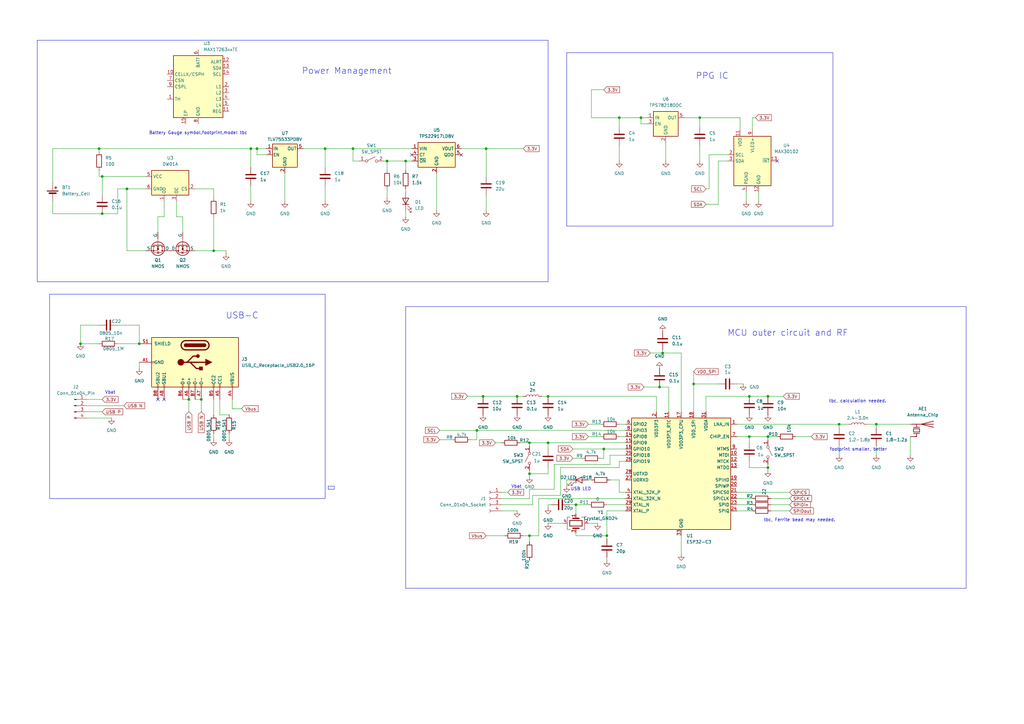
<source format=kicad_sch>
(kicad_sch (version 20250114) (generator "eeschema") (generator_version "9.0")
  (paper "A3")
  (rectangle (start 20.32 120.65) (end 133.35 204.47))
  (rectangle (start 166.37 125.73) (end 396.24 241.3))
  (rectangle (start 15.24 16.51) (end 224.79 115.57))
  (rectangle (start 137.16 200.66) (end 134.62 199.39))
  (rectangle (start 232.41 21.59) (end 341.63 92.71))
  (text "MCU outer circuit and RF" (at 323.088 136.652 0) (effects (font (size 2.54 2.54))))
  (text "Battery Gauge symbol,footprint,model tbc" (at 81.28 54.61 0) (effects (font (size 1.27 1.27))))
  (text "USB-C" (at 99.314 129.54 0) (effects (font (size 2.54 2.54))))
  (text "tbc, calculation needed." (at 351.79 164.592 0) (effects (font (size 1.27 1.27))))
  (text "footprint smaller, better" (at 352.044 184.404 0) (effects (font (size 1.27 1.27))))
  (text "PPG IC" (at 292.1 31.242 0) (effects (font (size 2.54 2.54))))
  (text "Vbat" (at 211.836 199.644 0) (effects (font (size 1.27 1.27))))
  (text "USB LED" (at 238.252 200.66 0) (effects (font (size 1.27 1.27))))
  (text "Vbat" (at 45.212 161.036 0) (effects (font (size 1.27 1.27))))
  (text "Power Management" (at 142.24 29.21 0) (effects (font (size 2.54 2.54))))
  (text "tbc, Ferrite bead may needed." (at 327.914 213.36 0) (effects (font (size 1.27 1.27))))
  (junction (at 314.96 179.07))
  (junction (at 217.17 181.61))
  (junction (at 82.55 163.83))
  (junction (at 344.17 173.99))
  (junction (at 158.75 66.04))
  (junction (at 314.96 162.56))
  (junction (at 133.35 60.96))
  (junction (at 105.41 60.96))
  (junction (at 212.09 162.56))
  (junction (at 41.91 72.39))
  (junction (at 224.79 181.61))
  (junction (at 262.89 48.26))
  (junction (at 40.64 60.96))
  (junction (at 271.78 144.78))
  (junction (at 52.07 77.47))
  (junction (at 270.51 158.75))
  (junction (at 287.02 48.26))
  (junction (at 102.87 60.96))
  (junction (at 217.17 194.31))
  (junction (at 236.22 207.01))
  (junction (at 41.91 87.63))
  (junction (at 57.15 140.97))
  (junction (at 166.37 66.04))
  (junction (at 33.02 140.97))
  (junction (at 359.41 173.99))
  (junction (at 195.58 176.53))
  (junction (at 199.39 60.96))
  (junction (at 248.92 219.71))
  (junction (at 247.65 184.15))
  (junction (at 224.79 162.56))
  (junction (at 217.17 219.71))
  (junction (at 284.48 157.48))
  (junction (at 144.78 60.96))
  (junction (at 307.34 162.56))
  (junction (at 87.63 102.87))
  (junction (at 254 48.26))
  (junction (at 314.96 191.77))
  (junction (at 198.12 162.56))
  (junction (at 307.34 179.07))
  (junction (at 77.47 163.83))
  (no_connect (at 67.31 163.83))
  (no_connect (at 318.77 66.04))
  (no_connect (at 64.77 163.83))
  (no_connect (at 168.91 63.5))
  (no_connect (at 189.23 63.5))
  (wire (pts (xy 198.12 162.56) (xy 212.09 162.56)))
  (wire (pts (xy 254 196.85) (xy 250.19 196.85)))
  (wire (pts (xy 373.38 173.99) (xy 359.41 173.99)))
  (wire (pts (xy 241.3 214.63) (xy 245.11 214.63)))
  (wire (pts (xy 144.78 66.04) (xy 144.78 60.96)))
  (wire (pts (xy 287.02 48.26) (xy 303.53 48.26)))
  (wire (pts (xy 144.78 66.04) (xy 147.32 66.04)))
  (wire (pts (xy 359.41 173.99) (xy 359.41 175.26)))
  (wire (pts (xy 144.78 60.96) (xy 168.91 60.96)))
  (wire (pts (xy 158.75 66.04) (xy 158.75 69.85)))
  (wire (pts (xy 217.17 181.61) (xy 217.17 182.88)))
  (wire (pts (xy 256.54 173.99) (xy 254 173.99)))
  (wire (pts (xy 217.17 200.66) (xy 217.17 204.47)))
  (wire (pts (xy 236.22 210.82) (xy 236.22 207.01)))
  (wire (pts (xy 48.26 87.63) (xy 48.26 77.47)))
  (wire (pts (xy 307.34 179.07) (xy 314.96 179.07)))
  (wire (pts (xy 344.17 173.99) (xy 347.98 173.99)))
  (wire (pts (xy 116.84 71.12) (xy 116.84 82.55)))
  (wire (pts (xy 307.34 162.56) (xy 314.96 162.56)))
  (wire (pts (xy 234.95 184.15) (xy 247.65 184.15)))
  (wire (pts (xy 67.31 82.55) (xy 67.31 88.9)))
  (wire (pts (xy 59.69 77.47) (xy 52.07 77.47)))
  (wire (pts (xy 41.91 72.39) (xy 59.69 72.39)))
  (wire (pts (xy 217.17 219.71) (xy 217.17 222.25)))
  (wire (pts (xy 224.79 214.63) (xy 231.14 214.63)))
  (wire (pts (xy 236.22 219.71) (xy 248.92 219.71)))
  (wire (pts (xy 284.48 157.48) (xy 294.64 157.48)))
  (wire (pts (xy 311.15 78.74) (xy 311.15 82.55)))
  (wire (pts (xy 166.37 66.04) (xy 166.37 69.85)))
  (wire (pts (xy 67.31 88.9) (xy 64.77 88.9)))
  (wire (pts (xy 314.96 190.5) (xy 314.96 191.77)))
  (wire (pts (xy 87.63 163.83) (xy 87.63 170.18)))
  (wire (pts (xy 33.02 133.35) (xy 33.02 140.97)))
  (wire (pts (xy 256.54 204.47) (xy 220.98 204.47)))
  (wire (pts (xy 41.91 87.63) (xy 48.26 87.63)))
  (wire (pts (xy 287.02 48.26) (xy 280.67 48.26)))
  (wire (pts (xy 271.78 144.78) (xy 279.4 144.78)))
  (wire (pts (xy 262.89 50.8) (xy 262.89 48.26)))
  (wire (pts (xy 248.92 219.71) (xy 248.92 220.98)))
  (wire (pts (xy 254 48.26) (xy 262.89 48.26)))
  (wire (pts (xy 133.35 60.96) (xy 133.35 68.58)))
  (wire (pts (xy 247.65 187.96) (xy 246.38 187.96)))
  (wire (pts (xy 87.63 88.9) (xy 87.63 102.87)))
  (wire (pts (xy 254 196.85) (xy 254 201.93)))
  (wire (pts (xy 92.71 102.87) (xy 87.63 102.87)))
  (wire (pts (xy 254 179.07) (xy 256.54 179.07)))
  (wire (pts (xy 242.57 36.83) (xy 242.57 48.26)))
  (wire (pts (xy 227.33 200.66) (xy 227.33 190.5)))
  (wire (pts (xy 199.39 80.01) (xy 199.39 86.36)))
  (wire (pts (xy 224.79 194.31) (xy 224.79 191.77)))
  (wire (pts (xy 133.35 60.96) (xy 144.78 60.96)))
  (wire (pts (xy 247.65 184.15) (xy 247.65 187.96)))
  (wire (pts (xy 271.78 143.51) (xy 271.78 144.78)))
  (wire (pts (xy 195.58 176.53) (xy 195.58 180.34)))
  (wire (pts (xy 355.6 173.99) (xy 359.41 173.99)))
  (wire (pts (xy 35.56 166.37) (xy 50.8 166.37)))
  (wire (pts (xy 236.22 207.01) (xy 241.3 207.01)))
  (wire (pts (xy 102.87 60.96) (xy 102.87 68.58)))
  (wire (pts (xy 250.19 186.69) (xy 256.54 186.69)))
  (wire (pts (xy 266.7 144.78) (xy 271.78 144.78)))
  (wire (pts (xy 307.34 179.07) (xy 307.34 181.61)))
  (wire (pts (xy 256.54 189.23) (xy 254 189.23)))
  (wire (pts (xy 250.19 190.5) (xy 250.19 186.69)))
  (wire (pts (xy 77.47 163.83) (xy 77.47 168.91)))
  (wire (pts (xy 224.79 162.56) (xy 269.24 162.56)))
  (wire (pts (xy 217.17 181.61) (xy 213.36 181.61)))
  (wire (pts (xy 289.56 168.91) (xy 289.56 162.56)))
  (wire (pts (xy 287.02 59.69) (xy 287.02 66.04)))
  (wire (pts (xy 254 189.23) (xy 254 191.77)))
  (wire (pts (xy 220.98 204.47) (xy 220.98 219.71)))
  (wire (pts (xy 21.59 87.63) (xy 41.91 87.63)))
  (wire (pts (xy 72.39 82.55) (xy 72.39 88.9)))
  (wire (pts (xy 40.64 60.96) (xy 40.64 62.23)))
  (wire (pts (xy 212.09 162.56) (xy 214.63 162.56)))
  (wire (pts (xy 195.58 176.53) (xy 256.54 176.53)))
  (wire (pts (xy 242.57 48.26) (xy 254 48.26)))
  (wire (pts (xy 302.26 173.99) (xy 344.17 173.99)))
  (wire (pts (xy 217.17 193.04) (xy 217.17 194.31)))
  (wire (pts (xy 166.37 77.47) (xy 166.37 78.74)))
  (wire (pts (xy 316.23 209.55) (xy 323.85 209.55)))
  (wire (pts (xy 21.59 60.96) (xy 21.59 74.93)))
  (wire (pts (xy 48.26 133.35) (xy 57.15 133.35)))
  (wire (pts (xy 302.26 207.01) (xy 308.61 207.01)))
  (wire (pts (xy 314.96 162.56) (xy 321.31 162.56)))
  (wire (pts (xy 52.07 77.47) (xy 52.07 102.87)))
  (wire (pts (xy 248.92 209.55) (xy 256.54 209.55)))
  (wire (pts (xy 72.39 88.9) (xy 74.93 88.9)))
  (wire (pts (xy 294.64 83.82) (xy 289.56 83.82)))
  (wire (pts (xy 248.92 228.6) (xy 248.92 229.87)))
  (wire (pts (xy 48.26 140.97) (xy 57.15 140.97)))
  (wire (pts (xy 302.26 204.47) (xy 308.61 204.47)))
  (wire (pts (xy 109.22 63.5) (xy 105.41 63.5)))
  (wire (pts (xy 289.56 77.47) (xy 290.83 77.47)))
  (wire (pts (xy 90.17 163.83) (xy 90.17 170.18)))
  (wire (pts (xy 308.61 48.26) (xy 308.61 53.34)))
  (wire (pts (xy 80.01 163.83) (xy 82.55 163.83)))
  (wire (pts (xy 229.87 191.77) (xy 254 191.77)))
  (wire (pts (xy 279.4 144.78) (xy 279.4 168.91)))
  (wire (pts (xy 220.98 219.71) (xy 217.17 219.71)))
  (wire (pts (xy 306.07 78.74) (xy 306.07 82.55)))
  (wire (pts (xy 40.64 72.39) (xy 41.91 72.39)))
  (wire (pts (xy 303.53 48.26) (xy 303.53 53.34)))
  (wire (pts (xy 232.41 196.85) (xy 232.41 199.39)))
  (wire (pts (xy 314.96 179.07) (xy 314.96 180.34)))
  (wire (pts (xy 82.55 163.83) (xy 82.55 168.91)))
  (wire (pts (xy 214.63 219.71) (xy 217.17 219.71)))
  (wire (pts (xy 92.71 104.14) (xy 92.71 102.87)))
  (wire (pts (xy 41.91 72.39) (xy 41.91 80.01)))
  (wire (pts (xy 224.79 181.61) (xy 217.17 181.61)))
  (wire (pts (xy 35.56 168.91) (xy 41.91 168.91)))
  (wire (pts (xy 158.75 66.04) (xy 166.37 66.04)))
  (wire (pts (xy 302.26 201.93) (xy 323.85 201.93)))
  (wire (pts (xy 248.92 209.55) (xy 248.92 219.71)))
  (wire (pts (xy 298.45 66.04) (xy 294.64 66.04)))
  (wire (pts (xy 344.17 182.88) (xy 344.17 186.69)))
  (wire (pts (xy 290.83 77.47) (xy 290.83 63.5)))
  (wire (pts (xy 199.39 60.96) (xy 214.63 60.96)))
  (wire (pts (xy 294.64 66.04) (xy 294.64 83.82)))
  (wire (pts (xy 33.02 140.97) (xy 40.64 140.97)))
  (wire (pts (xy 105.41 63.5) (xy 105.41 60.96)))
  (wire (pts (xy 157.48 66.04) (xy 158.75 66.04)))
  (wire (pts (xy 232.41 196.85) (xy 233.68 196.85)))
  (wire (pts (xy 205.74 207.01) (xy 218.44 207.01)))
  (wire (pts (xy 95.25 167.64) (xy 95.25 163.83)))
  (wire (pts (xy 205.74 201.93) (xy 208.28 201.93)))
  (wire (pts (xy 234.95 187.96) (xy 238.76 187.96)))
  (wire (pts (xy 264.16 158.75) (xy 270.51 158.75)))
  (wire (pts (xy 289.56 162.56) (xy 307.34 162.56)))
  (wire (pts (xy 224.79 207.01) (xy 224.79 208.28)))
  (wire (pts (xy 229.87 203.2) (xy 229.87 191.77)))
  (wire (pts (xy 302.26 179.07) (xy 307.34 179.07)))
  (wire (pts (xy 180.34 180.34) (xy 185.42 180.34)))
  (wire (pts (xy 326.39 179.07) (xy 332.74 179.07)))
  (wire (pts (xy 316.23 207.01) (xy 323.85 207.01)))
  (wire (pts (xy 35.56 163.83) (xy 41.91 163.83)))
  (wire (pts (xy 105.41 60.96) (xy 102.87 60.96)))
  (wire (pts (xy 189.23 60.96) (xy 199.39 60.96)))
  (wire (pts (xy 199.39 60.96) (xy 199.39 72.39)))
  (wire (pts (xy 241.3 196.85) (xy 242.57 196.85)))
  (wire (pts (xy 199.39 219.71) (xy 207.01 219.71)))
  (wire (pts (xy 90.17 170.18) (xy 93.98 170.18)))
  (wire (pts (xy 166.37 66.04) (xy 168.91 66.04)))
  (wire (pts (xy 21.59 82.55) (xy 21.59 87.63)))
  (wire (pts (xy 279.4 219.71) (xy 279.4 227.33)))
  (wire (pts (xy 52.07 102.87) (xy 59.69 102.87)))
  (wire (pts (xy 224.79 181.61) (xy 224.79 184.15)))
  (wire (pts (xy 254 201.93) (xy 256.54 201.93)))
  (wire (pts (xy 290.83 63.5) (xy 298.45 63.5)))
  (wire (pts (xy 48.26 77.47) (xy 52.07 77.47)))
  (wire (pts (xy 254 59.69) (xy 254 66.04)))
  (wire (pts (xy 217.17 200.66) (xy 227.33 200.66)))
  (wire (pts (xy 247.65 36.83) (xy 242.57 36.83)))
  (wire (pts (xy 218.44 203.2) (xy 229.87 203.2)))
  (wire (pts (xy 273.05 58.42) (xy 273.05 66.04)))
  (wire (pts (xy 274.32 158.75) (xy 274.32 168.91)))
  (wire (pts (xy 307.34 191.77) (xy 307.34 189.23)))
  (wire (pts (xy 316.23 204.47) (xy 323.85 204.47)))
  (wire (pts (xy 179.07 71.12) (xy 179.07 86.36)))
  (wire (pts (xy 124.46 60.96) (xy 133.35 60.96)))
  (wire (pts (xy 254 48.26) (xy 254 52.07)))
  (wire (pts (xy 227.33 190.5) (xy 250.19 190.5)))
  (wire (pts (xy 224.79 207.01) (xy 226.06 207.01)))
  (wire (pts (xy 233.68 207.01) (xy 236.22 207.01)))
  (wire (pts (xy 344.17 173.99) (xy 344.17 175.26)))
  (wire (pts (xy 40.64 69.85) (xy 40.64 72.39)))
  (wire (pts (xy 80.01 77.47) (xy 87.63 77.47)))
  (wire (pts (xy 269.24 162.56) (xy 269.24 168.91)))
  (wire (pts (xy 87.63 77.47) (xy 87.63 81.28)))
  (wire (pts (xy 191.77 162.56) (xy 198.12 162.56)))
  (wire (pts (xy 222.25 162.56) (xy 224.79 162.56)))
  (wire (pts (xy 217.17 194.31) (xy 217.17 195.58)))
  (wire (pts (xy 265.43 48.26) (xy 262.89 48.26)))
  (wire (pts (xy 270.51 158.75) (xy 274.32 158.75)))
  (wire (pts (xy 195.58 180.34) (xy 193.04 180.34)))
  (wire (pts (xy 64.77 88.9) (xy 64.77 95.25)))
  (wire (pts (xy 205.74 209.55) (xy 212.09 209.55)))
  (wire (pts (xy 302.26 209.55) (xy 308.61 209.55)))
  (wire (pts (xy 241.3 173.99) (xy 246.38 173.99)))
  (wire (pts (xy 247.65 184.15) (xy 256.54 184.15)))
  (wire (pts (xy 133.35 76.2) (xy 133.35 82.55)))
  (wire (pts (xy 109.22 60.96) (xy 105.41 60.96)))
  (wire (pts (xy 224.79 194.31) (xy 217.17 194.31)))
  (wire (pts (xy 302.26 157.48) (xy 304.8 157.48)))
  (wire (pts (xy 309.88 48.26) (xy 308.61 48.26)))
  (wire (pts (xy 241.3 179.07) (xy 246.38 179.07)))
  (wire (pts (xy 284.48 157.48) (xy 284.48 168.91)))
  (wire (pts (xy 314.96 191.77) (xy 314.96 193.04)))
  (wire (pts (xy 57.15 148.59) (xy 57.15 151.13)))
  (wire (pts (xy 180.34 176.53) (xy 195.58 176.53)))
  (wire (pts (xy 236.22 219.71) (xy 236.22 218.44)))
  (wire (pts (xy 205.74 181.61) (xy 203.2 181.61)))
  (wire (pts (xy 205.74 204.47) (xy 217.17 204.47)))
  (wire (pts (xy 265.43 50.8) (xy 262.89 50.8)))
  (wire (pts (xy 93.98 177.8) (xy 93.98 180.34)))
  (wire (pts (xy 40.64 133.35) (xy 33.02 133.35)))
  (wire (pts (xy 57.15 133.35) (xy 57.15 140.97)))
  (wire (pts (xy 99.06 167.64) (xy 95.25 167.64)))
  (wire (pts (xy 314.96 179.07) (xy 318.77 179.07)))
  (wire (pts (xy 359.41 182.88) (xy 359.41 186.69)))
  (wire (pts (xy 284.48 152.4) (xy 284.48 157.48)))
  (wire (pts (xy 102.87 76.2) (xy 102.87 82.55)))
  (wire (pts (xy 40.64 60.96) (xy 102.87 60.96)))
  (wire (pts (xy 248.92 207.01) (xy 256.54 207.01)))
  (wire (pts (xy 87.63 177.8) (xy 87.63 180.34)))
  (wire (pts (xy 218.44 203.2) (xy 218.44 207.01)))
  (wire (pts (xy 40.64 60.96) (xy 21.59 60.96)))
  (wire (pts (xy 74.93 88.9) (xy 74.93 95.25)))
  (wire (pts (xy 287.02 48.26) (xy 287.02 52.07)))
  (wire (pts (xy 80.01 102.87) (xy 87.63 102.87)))
  (wire (pts (xy 166.37 86.36) (xy 166.37 88.9)))
  (wire (pts (xy 307.34 191.77) (xy 314.96 191.77)))
  (wire (pts (xy 224.79 181.61) (xy 256.54 181.61)))
  (wire (pts (xy 74.93 163.83) (xy 77.47 163.83)))
  (wire (pts (xy 373.38 179.07) (xy 373.38 186.69)))
  (wire (pts (xy 158.75 77.47) (xy 158.75 81.28)))
  (wire (pts (xy 35.56 171.45) (xy 45.72 171.45)))
  (global_label "3.3V" (shape input) (at 180.34 180.34 180) (property "Intersheetrefs" "${INTERSHEET_REFS}" (effects (hide yes))))
  (global_label "3.3V" (shape input) (at 321.31 162.56 0) (property "Intersheetrefs" "${INTERSHEET_REFS}" (effects (hide yes))))
  (global_label "SCL" (shape input) (at 180.34 176.53 180) (property "Intersheetrefs" "${INTERSHEET_REFS}" (effects (hide yes))))
  (global_label "VDD_SPI" (shape input) (at 284.48 152.4 0) (property "Intersheetrefs" "${INTERSHEET_REFS}" (effects (hide yes))))
  (global_label "Vbus" (shape input) (at 199.39 219.71 180) (property "Intersheetrefs" "${INTERSHEET_REFS}" (effects (hide yes))))
  (global_label "3.3V" (shape input) (at 234.95 187.96 180) (property "Intersheetrefs" "${INTERSHEET_REFS}" (effects (hide yes))))
  (global_label "3.3V" (shape input) (at 247.65 36.83 0) (property "Intersheetrefs" "${INTERSHEET_REFS}" (effects (hide yes))))
  (global_label "3.3V" (shape input) (at 309.88 48.26 0) (property "Intersheetrefs" "${INTERSHEET_REFS}" (effects (hide yes))))
  (global_label "SCL" (shape input) (at 289.56 77.47 180) (property "Intersheetrefs" "${INTERSHEET_REFS}" (effects (hide yes))))
  (global_label "Vbus" (shape input) (at 99.06 167.64 0) (property "Intersheetrefs" "${INTERSHEET_REFS}" (effects (hide yes))))
  (global_label "SDA" (shape input) (at 234.95 184.15 180) (property "Intersheetrefs" "${INTERSHEET_REFS}" (effects (hide yes))))
  (global_label "3.3V" (shape input) (at 208.28 201.93 0) (property "Intersheetrefs" "${INTERSHEET_REFS}" (effects (hide yes))))
  (global_label "SPICS" (shape input) (at 323.85 201.93 0) (property "Intersheetrefs" "${INTERSHEET_REFS}" (effects (hide yes))))
  (global_label "USB P" (shape input) (at 41.91 168.91 0) (property "Intersheetrefs" "${INTERSHEET_REFS}" (effects (hide yes))))
  (global_label "USB N" (shape input) (at 82.55 168.91 270) (property "Intersheetrefs" "${INTERSHEET_REFS}" (effects (hide yes))))
  (global_label "3.3V" (shape input) (at 203.2 181.61 180) (property "Intersheetrefs" "${INTERSHEET_REFS}" (effects (hide yes))))
  (global_label "3.3V" (shape input) (at 264.16 158.75 180) (property "Intersheetrefs" "${INTERSHEET_REFS}" (effects (hide yes))))
  (global_label "SPIDin" (shape input) (at 323.85 207.01 0) (property "Intersheetrefs" "${INTERSHEET_REFS}" (effects (hide yes))))
  (global_label "3.3V" (shape input) (at 241.3 179.07 180) (property "Intersheetrefs" "${INTERSHEET_REFS}" (effects (hide yes))))
  (global_label "SPICLK" (shape input) (at 323.85 204.47 0) (property "Intersheetrefs" "${INTERSHEET_REFS}" (effects (hide yes))))
  (global_label "USB P" (shape input) (at 77.47 168.91 270) (property "Intersheetrefs" "${INTERSHEET_REFS}" (effects (hide yes))))
  (global_label "3.3V" (shape input) (at 332.74 179.07 0) (property "Intersheetrefs" "${INTERSHEET_REFS}" (effects (hide yes))))
  (global_label "USB N" (shape input) (at 50.8 166.37 0) (property "Intersheetrefs" "${INTERSHEET_REFS}" (effects (hide yes))))
  (global_label "SPIDout" (shape input) (at 323.85 209.55 0) (property "Intersheetrefs" "${INTERSHEET_REFS}" (effects (hide yes))))
  (global_label "3.3V" (shape input) (at 191.77 162.56 180) (property "Intersheetrefs" "${INTERSHEET_REFS}" (effects (hide yes))))
  (global_label "3.3V" (shape input) (at 266.7 144.78 180) (property "Intersheetrefs" "${INTERSHEET_REFS}" (effects (hide yes))))
  (global_label "3.3V" (shape input) (at 241.3 173.99 180) (property "Intersheetrefs" "${INTERSHEET_REFS}" (effects (hide yes))))
  (global_label "3.3V" (shape input) (at 214.63 60.96 0) (property "Intersheetrefs" "${INTERSHEET_REFS}" (effects (hide yes))))
  (global_label "SDA" (shape input) (at 289.56 83.82 180) (property "Intersheetrefs" "${INTERSHEET_REFS}" (effects (hide yes))))
  (global_label "3.3V" (shape input) (at 41.91 163.83 0) (property "Intersheetrefs" "${INTERSHEET_REFS}" (effects (hide yes))))
  (symbol (lib_id "power:GND") (at 245.11 214.63 0) (unit 1)
    (property "Reference" "#PWR030" (effects (hide yes)))
    (property "Value" "GND" (at 245.11 219.71 0))
    (property "Description" "Power symbol creates a global label with name \"GND\" , ground" (effects (hide yes)))
  )
  (symbol (lib_id "Battery_Management:MAX17263xxTE") (at 81.28 35.56 0) (unit 1)
    (property "Reference" "U3" (at 83.4233 17.78 0) (effects (justify left)))
    (property "Value" "MAX17263xxTE" (at 83.4233 20.32 0) (effects (justify left)))
    (property "Footprint" "Package_DFN_QFN:DFN-14-1EP_3x3mm_P0.4mm_EP1.78x2.35mm" (effects (hide yes)))
    (property "Datasheet" "https://datasheets.maximintegrated.com/en/ds/MAX17263.pdf" (effects (hide yes)))
    (property "Description" "Single/Multi-Cell Fuel Gauge, ModelGauge m5 EZ, Integrated LED Control, TDFN-14" (effects (hide yes)))
  )
  (symbol (lib_id "Switch:SW_SPST") (at 152.4 66.04 0) (unit 1)
    (property "Reference" "SW1" (at 152.4 59.69 0))
    (property "Value" "SW_SPST" (at 152.4 62.23 0))
    (property "Description" "Single Pole Single Throw (SPST) switch" (effects (hide yes)))
  )
  (symbol (lib_id "power:GND") (at 92.71 104.14 0) (unit 1)
    (property "Reference" "#PWR022" (effects (hide yes)))
    (property "Value" "GND" (at 92.71 109.22 0))
    (property "Description" "Power symbol creates a global label with name \"GND\" , ground" (effects (hide yes)))
  )
  (symbol (lib_id "Device:R") (at 245.11 207.01 90) (unit 1)
    (property "Reference" "R11" (at 241.554 205.994 90) (effects (justify left)))
    (property "Value" "0" (at 245.872 204.724 90) (effects (justify left)))
    (property "Description" "Resistor" (effects (hide yes)))
  )
  (symbol (lib_id "Device:R") (at 158.75 73.66 0) (unit 1)
    (property "Reference" "R6" (at 161.29 72.3899 0) (effects (justify left)))
    (property "Value" "10k" (at 161.29 74.9299 0) (effects (justify left)))
    (property "Description" "Resistor" (effects (hide yes)))
  )
  (symbol (lib_id "Regulator_Linear:TLV75533PDBV") (at 116.84 63.5 0) (unit 1)
    (property "Reference" "U7" (at 116.84 54.61 0))
    (property "Value" "TLV75533PDBV" (at 116.84 57.15 0))
    (property "Footprint" "Package_TO_SOT_SMD:SOT-23-5" (effects (hide yes)))
    (property "Datasheet" "http://www.ti.com/lit/ds/symlink/tlv755p.pdf" (effects (hide yes)))
    (property "Description" "500mA Low Dropout Voltage Regulator, Fixed Output 3.3V, SOT-23-5" (effects (hide yes)))
  )
  (symbol (lib_id "Device:C") (at 44.45 133.35 90) (unit 1)
    (property "Reference" "C22" (at 47.752 131.826 90))
    (property "Value" "0805_10n" (at 45.466 136.652 90))
    (property "Description" "Unpolarized capacitor" (effects (hide yes)))
  )
  (symbol (lib_id "power:GND") (at 212.09 209.55 0) (unit 1)
    (property "Reference" "#PWR034" (effects (hide yes)))
    (property "Value" "GND" (at 212.09 214.63 0))
    (property "Description" "Power symbol creates a global label with name \"GND\" , ground" (effects (hide yes)))
  )
  (symbol (lib_id "Device:L") (at 218.44 162.56 90) (unit 1)
    (property "Reference" "L2" (at 218.44 157.48 90))
    (property "Value" "2n" (at 218.44 160.02 90))
    (property "Datasheet" "z" (effects (hide yes)))
    (property "Description" "Inductor" (effects (hide yes)))
  )
  (symbol (lib_id "power:GND") (at 279.4 227.33 0) (unit 1)
    (property "Reference" "#PWR01" (effects (hide yes)))
    (property "Value" "GND" (at 279.4 232.41 0))
    (property "Description" "Power symbol creates a global label with name \"GND\" , ground" (effects (hide yes)))
  )
  (symbol (lib_id "power:GND") (at 254 66.04 0) (unit 1)
    (property "Reference" "#PWR08" (effects (hide yes)))
    (property "Value" "GND" (at 254 71.12 0))
    (property "Description" "Power symbol creates a global label with name \"GND\" , ground" (effects (hide yes)))
  )
  (symbol (lib_id "Device:R") (at 246.38 196.85 90) (unit 1)
    (property "Reference" "R18" (at 242.824 195.834 90) (effects (justify left)))
    (property "Value" "4.7k" (at 248.412 194.31 90) (effects (justify left)))
    (property "Description" "Resistor" (effects (hide yes)))
  )
  (symbol (lib_id "power:GND") (at 33.02 140.97 0) (unit 1)
    (property "Reference" "#PWR036" (effects (hide yes)))
    (property "Value" "GND" (at 33.02 146.05 0))
    (property "Description" "Power symbol creates a global label with name \"GND\" , ground" (effects (hide yes)))
  )
  (symbol (lib_id "power:GND") (at 45.72 171.45 0) (unit 1)
    (property "Reference" "#PWR035" (effects (hide yes)))
    (property "Value" "GND" (at 45.72 176.53 0))
    (property "Description" "Power symbol creates a global label with name \"GND\" , ground" (effects (hide yes)))
  )
  (symbol (lib_id "power:GND") (at 359.41 186.69 0) (unit 1)
    (property "Reference" "#PWR04" (effects (hide yes)))
    (property "Value" "GND" (at 359.41 191.77 0))
    (property "Description" "Power symbol creates a global label with name \"GND\" , ground" (effects (hide yes)))
  )
  (symbol (lib_id "power:GND") (at 270.51 151.13 180) (unit 1)
    (property "Reference" "#PWR019" (effects (hide yes)))
    (property "Value" "GND" (at 270.51 146.05 0))
    (property "Description" "Power symbol creates a global label with name \"GND\" , ground" (effects (hide yes)))
  )
  (symbol (lib_id "power:GND") (at 217.17 195.58 0) (mirror y) (unit 1)
    (property "Reference" "#PWR033" (effects (hide yes)))
    (property "Value" "GND" (at 217.17 199.644 0))
    (property "Description" "Power symbol creates a global label with name \"GND\" , ground" (effects (hide yes)))
  )
  (symbol (lib_id "Device:C") (at 198.12 166.37 0) (unit 1)
    (property "Reference" "C12" (at 201.93 165.0999 0) (effects (justify left)))
    (property "Value" "10u" (at 201.93 167.6399 0) (effects (justify left)))
    (property "Description" "Unpolarized capacitor" (effects (hide yes)))
  )
  (symbol (lib_id "power:GND") (at 271.78 135.89 180) (unit 1)
    (property "Reference" "#PWR013" (effects (hide yes)))
    (property "Value" "GND" (at 271.78 130.81 0))
    (property "Description" "Power symbol creates a global label with name \"GND\" , ground" (effects (hide yes)))
  )
  (symbol (lib_id "Simulation_SPICE:NMOS") (at 64.77 100.33 270) (unit 1)
    (property "Reference" "Q1" (at 64.77 106.68 90))
    (property "Value" "NMOS" (at 64.77 109.22 90))
    (property "Datasheet" "https://ngspice.sourceforge.io/docs/ngspice-html-manual/manual.xhtml#cha_MOSFETs" (effects (hide yes)))
    (property "Description" "N-MOSFET transistor, drain/source/gate" (effects (hide yes)))
    (property "Sim.Device" "NMOS" (effects (hide yes)))
    (property "Sim.Type" "VDMOS" (effects (hide yes)))
    (property "Sim.Pins" "1=D 2=G 3=S" (effects (hide yes)))
  )
  (symbol (lib_id "MCU_Espressif:ESP32-C3") (at 279.4 194.31 0) (unit 1)
    (property "Reference" "U1" (at 281.5433 219.71 0) (effects (justify left)))
    (property "Value" "ESP32-C3" (at 281.5433 222.25 0) (effects (justify left)))
    (property "Footprint" "Package_DFN_QFN:QFN-32-1EP_5x5mm_P0.5mm_EP3.7x3.7mm" (effects (hide yes)))
    (property "Datasheet" "https://www.espressif.com/sites/default/files/documentation/esp32-c3_datasheet_en.pdf" (effects (hide yes)))
    (property "Description" "RF Module, ESP32 SoC, RISC-V, WiFi 802.11b/n/g, Bluetooth LE 5, QFN32" (effects (hide yes)))
  )
  (symbol (lib_id "power:GND") (at 93.98 180.34 0) (unit 1)
    (property "Reference" "#PWR038" (effects (hide yes)))
    (property "Value" "GND" (at 93.98 185.42 0))
    (property "Description" "Power symbol creates a global label with name \"GND\" , ground" (effects (hide yes)))
  )
  (symbol (lib_id "power:GND") (at 57.15 151.13 0) (unit 1)
    (property "Reference" "#PWR037" (effects (hide yes)))
    (property "Value" "GND" (at 57.15 156.21 0))
    (property "Description" "Power symbol creates a global label with name \"GND\" , ground" (effects (hide yes)))
  )
  (symbol (lib_id "power:GND") (at 198.12 170.18 0) (unit 1)
    (property "Reference" "#PWR018" (effects (hide yes)))
    (property "Value" "GND" (at 198.12 175.26 0))
    (property "Description" "Power symbol creates a global label with name \"GND\" , ground" (effects (hide yes)))
  )
  (symbol (lib_id "Regulator_Linear:TPS78218DDC") (at 273.05 50.8 0) (unit 1)
    (property "Reference" "U6" (at 273.05 40.64 0))
    (property "Value" "TPS78218DDC" (at 273.05 43.18 0))
    (property "Footprint" "Package_TO_SOT_SMD:SOT-23-5" (effects (hide yes)))
    (property "Datasheet" "http://www.ti.com/lit/gpn/tps782" (effects (hide yes)))
    (property "Description" "150-mA, 500nA Ultra-Low-IQ LDO, 1.8V, SOT-23-5" (effects (hide yes)))
  )
  (symbol (lib_id "power:GND") (at 287.02 66.04 0) (unit 1)
    (property "Reference" "#PWR09" (effects (hide yes)))
    (property "Value" "GND" (at 287.02 71.12 0))
    (property "Description" "Power symbol creates a global label with name \"GND\" , ground" (effects (hide yes)))
  )
  (symbol (lib_id "Device:R") (at 87.63 173.99 180) (unit 1)
    (property "Reference" "R16" (at 89.662 172.466 90) (effects (justify left)))
    (property "Value" "0805_5k1" (at 85.598 171.704 90) (effects (justify left)))
    (property "Description" "Resistor" (effects (hide yes)))
  )
  (symbol (lib_id "Device:C") (at 270.51 154.94 0) (unit 1)
    (property "Reference" "C15" (at 274.32 153.6699 0) (effects (justify left)))
    (property "Value" "0.1u" (at 274.32 156.2099 0) (effects (justify left)))
    (property "Description" "Unpolarized capacitor" (effects (hide yes)))
  )
  (symbol (lib_id "Switch:SW_SPST") (at 217.17 187.96 90) (mirror x) (unit 1)
    (property "Reference" "SW3" (at 214.63 186.6899 90) (effects (justify left)))
    (property "Value" "SW_SPST" (at 214.63 189.2299 90) (effects (justify left)))
    (property "Description" "Single Pole Single Throw (SPST) switch" (effects (hide yes)))
  )
  (symbol (lib_id "Simulation_SPICE:NMOS") (at 74.93 100.33 90) (mirror x) (unit 1)
    (property "Reference" "Q2" (at 74.93 106.68 90))
    (property "Value" "NMOS" (at 74.93 109.22 90))
    (property "Datasheet" "https://ngspice.sourceforge.io/docs/ngspice-html-manual/manual.xhtml#cha_MOSFETs" (effects (hide yes)))
    (property "Description" "N-MOSFET transistor, drain/source/gate" (effects (hide yes)))
    (property "Sim.Device" "NMOS" (effects (hide yes)))
    (property "Sim.Type" "VDMOS" (effects (hide yes)))
    (property "Sim.Pins" "1=D 2=G 3=S" (effects (hide yes)))
  )
  (symbol (lib_id "Device:R") (at 209.55 181.61 270) (mirror x) (unit 1)
    (property "Reference" "R12" (at 213.106 180.594 90) (effects (justify left)))
    (property "Value" "10k" (at 208.026 179.578 90) (effects (justify left)))
    (property "Description" "Resistor" (effects (hide yes)))
  )
  (symbol (lib_id "power:GND") (at 314.96 170.18 0) (unit 1)
    (property "Reference" "#PWR016" (effects (hide yes)))
    (property "Value" "GND" (at 314.96 175.26 0))
    (property "Description" "Power symbol creates a global label with name \"GND\" , ground" (effects (hide yes)))
  )
  (symbol (lib_id "Device:C") (at 307.34 166.37 0) (unit 1)
    (property "Reference" "C8" (at 310.134 164.592 0) (effects (justify left)))
    (property "Value" "1u" (at 310.642 167.386 0) (effects (justify left)))
    (property "Description" "Unpolarized capacitor" (effects (hide yes)))
  )
  (symbol (lib_id "Device:R") (at 189.23 180.34 90) (unit 1)
    (property "Reference" "R8" (at 185.674 179.324 90) (effects (justify left)))
    (property "Value" "4.7k" (at 191.516 178.308 90) (effects (justify left)))
    (property "Description" "Resistor" (effects (hide yes)))
  )
  (symbol (lib_id "Connector:USB_C_Receptacle_USB2.0_16P") (at 80.01 148.59 270) (unit 1)
    (property "Reference" "J3" (at 99.06 147.3199 90) (effects (justify left)))
    (property "Value" "USB_C_Receptacle_USB2.0_16P" (at 99.06 149.8599 90) (effects (justify left)))
    (property "Datasheet" "https://www.usb.org/sites/default/files/documents/usb_type-c.zip" (effects (hide yes)))
    (property "Description" "USB 2.0-only 16P Type-C Receptacle connector" (effects (hide yes)))
  )
  (symbol (lib_id "Battery_Management:DW01A") (at 69.85 74.93 0) (unit 1)
    (property "Reference" "U3" (at 69.85 64.77 0))
    (property "Value" "DW01A" (at 69.85 67.31 0))
    (property "Footprint" "Package_TO_SOT_SMD:SOT-23-6" (effects (hide yes)))
    (property "Datasheet" "https://hmsemi.com/downfile/DW01A.PDF" (effects (hide yes)))
    (property "Description" "Overcharge, overcurrent and overdischarge protection IC for single cell lithium-ion/polymer battery" (effects (hide yes)))
  )
  (symbol (lib_id "power:GND") (at 248.92 229.87 0) (unit 1)
    (property "Reference" "#PWR032" (effects (hide yes)))
    (property "Value" "GND" (at 248.92 234.95 0))
    (property "Description" "Power symbol creates a global label with name \"GND\" , ground" (effects (hide yes)))
  )
  (symbol (lib_id "Device:R") (at 93.98 173.99 180) (unit 1)
    (property "Reference" "R15" (at 96.012 172.466 90) (effects (justify left)))
    (property "Value" "0805_5k1" (at 91.948 171.704 90) (effects (justify left)))
    (property "Description" "Resistor" (effects (hide yes)))
  )
  (symbol (lib_id "power:GND") (at 306.07 82.55 0) (unit 1)
    (property "Reference" "#PWR011" (effects (hide yes)))
    (property "Value" "GND" (at 306.07 87.63 0))
    (property "Description" "Power symbol creates a global label with name \"GND\" , ground" (effects (hide yes)))
  )
  (symbol (lib_id "Device:R") (at 250.19 173.99 90) (unit 1)
    (property "Reference" "R13" (at 246.634 172.974 90) (effects (justify left)))
    (property "Value" "10k" (at 252.476 171.958 90) (effects (justify left)))
    (property "Description" "Resistor" (effects (hide yes)))
  )
  (symbol (lib_id "Device:C") (at 248.92 224.79 0) (unit 1)
    (property "Reference" "C7" (at 252.73 223.5199 0) (effects (justify left)))
    (property "Value" "20p" (at 252.73 226.0599 0) (effects (justify left)))
    (property "Description" "Unpolarized capacitor" (effects (hide yes)))
  )
  (symbol (lib_id "power:GND") (at 87.63 180.34 0) (unit 1)
    (property "Reference" "#PWR039" (effects (hide yes)))
    (property "Value" "GND" (at 87.63 185.42 0))
    (property "Description" "Power symbol creates a global label with name \"GND\" , ground" (effects (hide yes)))
  )
  (symbol (lib_id "power:GND") (at 116.84 82.55 0) (unit 1)
    (property "Reference" "#PWR021" (effects (hide yes)))
    (property "Value" "GND" (at 116.84 87.63 0))
    (property "Description" "Power symbol creates a global label with name \"GND\" , ground" (effects (hide yes)))
  )
  (symbol (lib_id "power:GND") (at 232.41 199.39 0) (unit 1)
    (property "Reference" "#PWR040" (effects (hide yes)))
    (property "Value" "GND" (at 232.41 203.454 0))
    (property "Description" "Power symbol creates a global label with name \"GND\" , ground" (effects (hide yes)))
  )
  (symbol (lib_id "Device:Antenna_Chip") (at 375.92 176.53 270) (mirror x) (unit 1)
    (property "Reference" "AE1" (at 378.46 167.64 90))
    (property "Value" "Antenna_Chip" (at 378.46 170.18 90))
    (property "Footprint" "customfootprint:Chip Antenna ANT2012" (effects (hide yes)))
    (property "Description" "Ceramic chip antenna with pin for PCB trace" (effects (hide yes)))
  )
  (symbol (lib_id "Connector:Conn_01x04_Socket") (at 200.66 204.47 0) (mirror y) (unit 1)
    (property "Reference" "J1" (at 199.39 204.4699 0) (effects (justify left)))
    (property "Value" "Conn_01x04_Socket" (at 199.39 207.0099 0) (effects (justify left)))
    (property "Description" "Generic connector, single row, 01x04, script generated" (effects (hide yes)))
  )
  (symbol (lib_id "Device:R") (at 87.63 85.09 0) (unit 1)
    (property "Reference" "R1" (at 90.17 83.8199 0) (effects (justify left)))
    (property "Value" "1k" (at 90.17 86.3599 0) (effects (justify left)))
    (property "Description" "Resistor" (effects (hide yes)))
  )
  (symbol (lib_id "Device:R") (at 217.17 226.06 180) (unit 1)
    (property "Reference" "R20" (at 216.154 229.616 90) (effects (justify left)))
    (property "Value" "100k" (at 214.884 225.298 90) (effects (justify left)))
    (property "Description" "Resistor" (effects (hide yes)))
  )
  (symbol (lib_id "Device:C") (at 133.35 72.39 0) (unit 1)
    (property "Reference" "C18" (at 137.16 71.1199 0) (effects (justify left)))
    (property "Value" "1u" (at 137.16 73.6599 0) (effects (justify left)))
    (property "Description" "Unpolarized capacitor" (effects (hide yes)))
  )
  (symbol (lib_id "power:GND") (at 307.34 170.18 0) (unit 1)
    (property "Reference" "#PWR015" (effects (hide yes)))
    (property "Value" "GND" (at 307.34 175.26 0))
    (property "Description" "Power symbol creates a global label with name \"GND\" , ground" (effects (hide yes)))
  )
  (symbol (lib_id "power:GND") (at 158.75 81.28 0) (unit 1)
    (property "Reference" "#PWR024" (effects (hide yes)))
    (property "Value" "GND" (at 158.75 86.36 0))
    (property "Description" "Power symbol creates a global label with name \"GND\" , ground" (effects (hide yes)))
  )
  (symbol (lib_id "power:GND") (at 102.87 82.55 0) (unit 1)
    (property "Reference" "#PWR020" (effects (hide yes)))
    (property "Value" "GND" (at 102.87 87.63 0))
    (property "Description" "Power symbol creates a global label with name \"GND\" , ground" (effects (hide yes)))
  )
  (symbol (lib_id "Device:LED") (at 166.37 82.55 90) (unit 1)
    (property "Reference" "D1" (at 170.18 82.8674 90) (effects (justify right)))
    (property "Value" "LED" (at 170.18 85.4074 90) (effects (justify right)))
    (property "Description" "Light emitting diode" (effects (hide yes)))
    (property "Sim.Pins" "1=K 2=A" (effects (hide yes)))
  )
  (symbol (lib_id "power:GND") (at 311.15 82.55 0) (unit 1)
    (property "Reference" "#PWR010" (effects (hide yes)))
    (property "Value" "GND" (at 311.15 87.63 0))
    (property "Description" "Power symbol creates a global label with name \"GND\" , ground" (effects (hide yes)))
  )
  (symbol (lib_id "Device:R") (at 242.57 187.96 90) (unit 1)
    (property "Reference" "R9" (at 239.014 186.944 90) (effects (justify left)))
    (property "Value" "4.7k" (at 244.602 185.42 90) (effects (justify left)))
    (property "Description" "Resistor" (effects (hide yes)))
  )
  (symbol (lib_id "Device:R") (at 44.45 140.97 270) (unit 1)
    (property "Reference" "R17" (at 42.926 138.938 90) (effects (justify left)))
    (property "Value" "0805_1M" (at 42.164 143.002 90) (effects (justify left)))
    (property "Description" "Resistor" (effects (hide yes)))
  )
  (symbol (lib_id "Device:C") (at 344.17 179.07 0) (unit 1)
    (property "Reference" "C2" (at 347.98 177.7999 0) (effects (justify left)))
    (property "Value" "1.2-1.8p" (at 347.98 180.3399 0) (effects (justify left)))
    (property "Description" "Unpolarized capacitor" (effects (hide yes)))
  )
  (symbol (lib_id "Device:C") (at 102.87 72.39 0) (unit 1)
    (property "Reference" "C17" (at 106.68 71.1199 0) (effects (justify left)))
    (property "Value" "1u" (at 106.68 73.6599 0) (effects (justify left)))
    (property "Description" "Unpolarized capacitor" (effects (hide yes)))
  )
  (symbol (lib_id "Device:R") (at 312.42 209.55 90) (unit 1)
    (property "Reference" "R4" (at 307.594 208.788 90))
    (property "Value" "22" (effects (hide yes)))
    (property "Description" "Resistor" (effects (hide yes)))
  )
  (symbol (lib_id "Device:C") (at 271.78 139.7 0) (unit 1)
    (property "Reference" "C11" (at 275.59 138.4299 0) (effects (justify left)))
    (property "Value" "0.1u" (at 275.59 140.9699 0) (effects (justify left)))
    (property "Description" "Unpolarized capacitor" (effects (hide yes)))
  )
  (symbol (lib_id "Device:C") (at 314.96 166.37 0) (unit 1)
    (property "Reference" "C9" (at 318.77 165.0999 0) (effects (justify left)))
    (property "Value" "10n" (at 318.77 167.6399 0) (effects (justify left)))
    (property "Description" "Unpolarized capacitor" (effects (hide yes)))
  )
  (symbol (lib_id "Device:C") (at 359.41 179.07 0) (unit 1)
    (property "Reference" "C1" (at 363.22 177.7999 0) (effects (justify left)))
    (property "Value" "1.8-1.2p" (at 363.22 180.3399 0) (effects (justify left)))
    (property "Description" "Unpolarized capacitor" (effects (hide yes)))
  )
  (symbol (lib_id "Device:R") (at 250.19 179.07 90) (unit 1)
    (property "Reference" "R14" (at 246.634 178.054 90) (effects (justify left)))
    (property "Value" "10k" (at 252.476 177.038 90) (effects (justify left)))
    (property "Description" "Resistor" (effects (hide yes)))
  )
  (symbol (lib_id "power:GND") (at 199.39 86.36 0) (unit 1)
    (property "Reference" "#PWR027" (effects (hide yes)))
    (property "Value" "GND" (at 199.39 91.44 0))
    (property "Description" "Power symbol creates a global label with name \"GND\" , ground" (effects (hide yes)))
  )
  (symbol (lib_id "Device:R") (at 322.58 179.07 90) (unit 1)
    (property "Reference" "R10" (at 319.024 178.054 90) (effects (justify left)))
    (property "Value" "10k" (at 323.596 177.546 0) (effects (justify left)))
    (property "Description" "Resistor" (effects (hide yes)))
  )
  (symbol (lib_id "Device:R") (at 166.37 73.66 0) (unit 1)
    (property "Reference" "R7" (at 168.91 72.3899 0) (effects (justify left)))
    (property "Value" "1.5k" (at 168.91 74.9299 0) (effects (justify left)))
    (property "Description" "Resistor" (effects (hide yes)))
  )
  (symbol (lib_id "Power_Management:TPS22917LDBV") (at 179.07 63.5 0) (unit 1)
    (property "Reference" "U5" (at 179.07 53.34 0))
    (property "Value" "TPS22917LDBV" (at 179.07 55.88 0))
    (property "Footprint" "Package_TO_SOT_SMD:SOT-23-6" (effects (hide yes)))
    (property "Datasheet" "http://www.ti.com/lit/ds/symlink/tps22917.pdf" (effects (hide yes)))
    (property "Description" "1V to 5.5V, 2A, 80mΩ Ultra-Low Leakage Load Switch, Active Low, SOT23-6" (effects (hide yes)))
  )
  (symbol (lib_id "power:GND") (at 224.79 214.63 0) (unit 1)
    (property "Reference" "#PWR029" (effects (hide yes)))
    (property "Value" "GND" (at 224.79 219.71 0))
    (property "Description" "Power symbol creates a global label with name \"GND\" , ground" (effects (hide yes)))
  )
  (symbol (lib_id "Device:Battery_Cell") (at 21.59 80.01 0) (unit 1)
    (property "Reference" "BT1" (at 25.4 76.8984 0) (effects (justify left)))
    (property "Value" "Battery_Cell" (at 25.4 79.4384 0) (effects (justify left)))
    (property "Description" "Single-cell battery" (effects (hide yes)))
  )
  (symbol (lib_id "Device:C") (at 254 55.88 0) (unit 1)
    (property "Reference" "C4" (at 257.81 54.6099 0) (effects (justify left)))
    (property "Value" "1u" (at 257.81 57.1499 0) (effects (justify left)))
    (property "Description" "Unpolarized capacitor" (effects (hide yes)))
  )
  (symbol (lib_id "Device:C") (at 199.39 76.2 0) (unit 1)
    (property "Reference" "C19" (at 203.2 74.9299 0) (effects (justify left)))
    (property "Value" "22u" (at 203.2 77.4699 0) (effects (justify left)))
    (property "Description" "Unpolarized capacitor" (effects (hide yes)))
  )
  (symbol (lib_id "Device:C") (at 287.02 55.88 0) (unit 1)
    (property "Reference" "C5" (at 290.83 54.6099 0) (effects (justify left)))
    (property "Value" "1u" (at 290.83 57.1499 0) (effects (justify left)))
    (property "Description" "Unpolarized capacitor" (effects (hide yes)))
  )
  (symbol (lib_id "Device:R") (at 40.64 66.04 180) (unit 1)
    (property "Reference" "R5" (at 43.18 64.7699 0) (effects (justify right)))
    (property "Value" "100" (at 43.18 67.3099 0) (effects (justify right)))
    (property "Description" "Resistor" (effects (hide yes)))
  )
  (symbol (lib_id "Sensor:MAX30102") (at 308.61 66.04 0) (unit 1)
    (property "Reference" "U4" (at 322.58 59.6198 0))
    (property "Value" "MAX30102" (at 322.58 62.1598 0))
    (property "Footprint" "OptoDevice:Maxim_OLGA-14_3.3x5.6mm_P0.8mm" (effects (hide yes)))
    (property "Datasheet" "https://datasheets.maximintegrated.com/en/ds/MAX30102.pdf" (effects (hide yes)))
    (property "Description" "Heart Rate Sensor, 14-OLGA" (effects (hide yes)))
  )
  (symbol (lib_id "Device:R") (at 210.82 219.71 90) (unit 1)
    (property "Reference" "R19" (at 212.598 222.25 90) (effects (justify left)))
    (property "Value" "100k" (at 212.852 217.424 90) (effects (justify left)))
    (property "Description" "Resistor" (effects (hide yes)))
  )
  (symbol (lib_id "power:GND") (at 273.05 66.04 0) (unit 1)
    (property "Reference" "#PWR07" (effects (hide yes)))
    (property "Value" "GND" (at 273.05 71.12 0))
    (property "Description" "Power symbol creates a global label with name \"GND\" , ground" (effects (hide yes)))
  )
  (symbol (lib_id "Device:L") (at 351.79 173.99 90) (unit 1)
    (property "Reference" "L1" (at 351.79 168.91 90))
    (property "Value" "2.4-3.0n" (at 351.79 171.45 90))
    (property "Description" "Inductor" (effects (hide yes)))
  )
  (symbol (lib_id "Device:C") (at 307.34 185.42 0) (unit 1)
    (property "Reference" "C6" (at 310.134 183.642 0) (effects (justify left)))
    (property "Value" "1u" (at 310.642 186.436 0) (effects (justify left)))
    (property "Description" "Unpolarized capacitor" (effects (hide yes)))
  )
  (symbol (lib_id "power:GND") (at 224.79 208.28 0) (unit 1)
    (property "Reference" "#PWR031" (effects (hide yes)))
    (property "Value" "GND" (at 224.79 213.36 0))
    (property "Description" "Power symbol creates a global label with name \"GND\" , ground" (effects (hide yes)))
  )
  (symbol (lib_id "power:GND") (at 179.07 86.36 0) (unit 1)
    (property "Reference" "#PWR026" (effects (hide yes)))
    (property "Value" "GND" (at 179.07 91.44 0))
    (property "Description" "Power symbol creates a global label with name \"GND\" , ground" (effects (hide yes)))
  )
  (symbol (lib_id "Device:Crystal_GND24") (at 236.22 214.63 270) (unit 1)
    (property "Reference" "Y1" (at 246.38 210.058 90))
    (property "Value" "Crystal_GND24" (at 246.38 212.598 90))
    (property "Description" "Four pin crystal, GND on pins 2 and 4" (effects (hide yes)))
  )
  (symbol (lib_id "power:GND") (at 344.17 186.69 0) (unit 1)
    (property "Reference" "#PWR03" (effects (hide yes)))
    (property "Value" "GND" (at 344.17 191.77 0))
    (property "Description" "Power symbol creates a global label with name \"GND\" , ground" (effects (hide yes)))
  )
  (symbol (lib_id "power:GND") (at 166.37 88.9 0) (unit 1)
    (property "Reference" "#PWR025" (effects (hide yes)))
    (property "Value" "GND" (at 166.37 93.98 0))
    (property "Description" "Power symbol creates a global label with name \"GND\" , ground" (effects (hide yes)))
  )
  (symbol (lib_id "Switch:SW_SPST") (at 314.96 185.42 270) (unit 1)
    (property "Reference" "SW2" (at 317.5 184.1499 90) (effects (justify left)))
    (property "Value" "SW_SPST" (at 317.5 186.6899 90) (effects (justify left)))
    (property "Description" "Single Pole Single Throw (SPST) switch" (effects (hide yes)))
  )
  (symbol (lib_id "Device:C") (at 224.79 187.96 0) (mirror y) (unit 1)
    (property "Reference" "C21" (at 221.996 186.182 0) (effects (justify left)))
    (property "Value" "1u" (at 221.488 188.976 0) (effects (justify left)))
    (property "Description" "Unpolarized capacitor" (effects (hide yes)))
  )
  (symbol (lib_id "power:GND") (at 224.79 170.18 0) (unit 1)
    (property "Reference" "#PWR017" (effects (hide yes)))
    (property "Value" "GND" (at 224.79 175.26 0))
    (property "Description" "Power symbol creates a global label with name \"GND\" , ground" (effects (hide yes)))
  )
  (symbol (lib_id "power:GND") (at 373.38 186.69 0) (unit 1)
    (property "Reference" "#PWR05" (effects (hide yes)))
    (property "Value" "GND" (at 373.38 191.77 0))
    (property "Description" "Power symbol creates a global label with name \"GND\" , ground" (effects (hide yes)))
  )
  (symbol (lib_id "Device:R") (at 312.42 204.47 90) (unit 1)
    (property "Reference" "R2" (at 308.864 203.454 90) (effects (justify left)))
    (property "Value" "22" (at 313.436 202.946 0) (effects (justify left)))
    (property "Description" "Resistor" (effects (hide yes)))
  )
  (symbol (lib_id "Device:C") (at 229.87 207.01 90) (unit 1)
    (property "Reference" "C20" (at 233.172 205.486 90))
    (property "Value" "20p" (at 233.172 208.28 90))
    (property "Description" "Unpolarized capacitor" (effects (hide yes)))
  )
  (symbol (lib_id "power:GND") (at 314.96 193.04 0) (unit 1)
    (property "Reference" "#PWR028" (effects (hide yes)))
    (property "Value" "GND" (at 314.96 198.12 0))
    (property "Description" "Power symbol creates a global label with name \"GND\" , ground" (effects (hide yes)))
  )
  (symbol (lib_id "Device:C") (at 212.09 166.37 0) (unit 1)
    (property "Reference" "C13" (at 215.9 165.0999 0) (effects (justify left)))
    (property "Value" "0.1u" (at 215.9 167.6399 0) (effects (justify left)))
    (property "Description" "Unpolarized capacitor" (effects (hide yes)))
  )
  (symbol (lib_id "Device:C") (at 224.79 166.37 0) (unit 1)
    (property "Reference" "C14" (at 228.6 165.0999 0) (effects (justify left)))
    (property "Value" "1u" (at 228.6 167.6399 0) (effects (justify left)))
    (property "Description" "Unpolarized capacitor" (effects (hide yes)))
  )
  (symbol (lib_id "power:GND") (at 133.35 82.55 0) (unit 1)
    (property "Reference" "#PWR023" (effects (hide yes)))
    (property "Value" "GND" (at 133.35 87.63 0))
    (property "Description" "Power symbol creates a global label with name \"GND\" , ground" (effects (hide yes)))
  )
  (symbol (lib_id "Device:C") (at 41.91 83.82 0) (unit 1)
    (property "Reference" "C16" (at 45.72 82.5499 0) (effects (justify left)))
    (property "Value" "0.1u" (at 45.72 85.0899 0) (effects (justify left)))
    (property "Description" "Unpolarized capacitor" (effects (hide yes)))
  )
  (symbol (lib_id "Device:C") (at 298.45 157.48 90) (unit 1)
    (property "Reference" "C3" (at 298.45 150.368 90))
    (property "Value" "1u" (at 298.45 152.654 90))
    (property "Description" "Unpolarized capacitor" (effects (hide yes)))
  )
  (symbol (lib_id "power:GND") (at 212.09 170.18 0) (unit 1)
    (property "Reference" "#PWR014" (effects (hide yes)))
    (property "Value" "GND" (at 212.09 175.26 0))
    (property "Description" "Power symbol creates a global label with name \"GND\" , ground" (effects (hide yes)))
  )
  (symbol (lib_id "power:GND") (at 304.8 157.48 0) (unit 1)
    (property "Reference" "#PWR06" (effects (hide yes)))
    (property "Value" "GND" (at 307.34 158.7499 0) (effects (justify left)))
    (property "Description" "Power symbol creates a global label with name \"GND\" , ground" (effects (hide yes)))
  )
  (symbol (lib_id "Connector:Conn_01x04_Pin") (at 30.48 166.37 0) (unit 1)
    (property "Reference" "J2" (at 31.115 158.75 0))
    (property "Value" "Conn_01x04_Pin" (at 31.115 161.29 0))
    (property "Description" "Generic connector, single row, 01x04, script generated" (effects (hide yes)))
  )
  (symbol (lib_id "Device:LED") (at 237.49 196.85 0) (unit 1)
    (property "Reference" "D2" (at 231.14 195.834 0))
    (property "Value" "LED" (at 234.442 195.834 0))
    (property "Description" "Light emitting diode" (effects (hide yes)))
    (property "Sim.Pins" "1=K 2=A" (effects (hide yes)))
  )
  (symbol (lib_id "Device:R") (at 312.42 207.01 90) (unit 1)
    (property "Reference" "R3" (at 308.864 206.248 90) (effects (justify left)))
    (property "Value" "22" (effects (hide yes)))
    (property "Description" "Resistor" (effects (hide yes)))
  )
)
</source>
